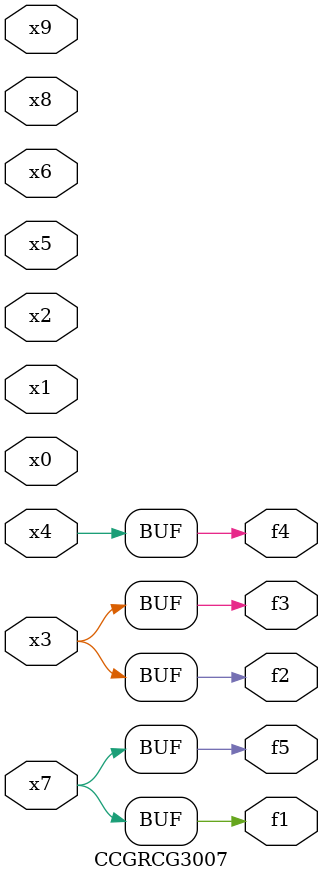
<source format=v>
module CCGRCG3007(
	input x0, x1, x2, x3, x4, x5, x6, x7, x8, x9,
	output f1, f2, f3, f4, f5
);
	assign f1 = x7;
	assign f2 = x3;
	assign f3 = x3;
	assign f4 = x4;
	assign f5 = x7;
endmodule

</source>
